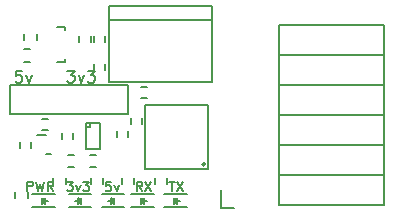
<source format=gto>
G04 #@! TF.FileFunction,Legend,Top*
%FSLAX46Y46*%
G04 Gerber Fmt 4.6, Leading zero omitted, Abs format (unit mm)*
G04 Created by KiCad (PCBNEW (2016-06-01 BZR 6870, Git 0ccd3bb)-product) date 06/04/16 15:16:18*
%MOMM*%
%LPD*%
G01*
G04 APERTURE LIST*
%ADD10C,0.150000*%
G04 APERTURE END LIST*
D10*
X47831523Y-24217380D02*
X48450571Y-24217380D01*
X48117238Y-24598333D01*
X48260095Y-24598333D01*
X48355333Y-24645952D01*
X48402952Y-24693571D01*
X48450571Y-24788809D01*
X48450571Y-25026904D01*
X48402952Y-25122142D01*
X48355333Y-25169761D01*
X48260095Y-25217380D01*
X47974380Y-25217380D01*
X47879142Y-25169761D01*
X47831523Y-25122142D01*
X48783904Y-24550714D02*
X49022000Y-25217380D01*
X49260095Y-24550714D01*
X49545809Y-24217380D02*
X50164857Y-24217380D01*
X49831523Y-24598333D01*
X49974380Y-24598333D01*
X50069619Y-24645952D01*
X50117238Y-24693571D01*
X50164857Y-24788809D01*
X50164857Y-25026904D01*
X50117238Y-25122142D01*
X50069619Y-25169761D01*
X49974380Y-25217380D01*
X49688666Y-25217380D01*
X49593428Y-25169761D01*
X49545809Y-25122142D01*
X43989642Y-24217380D02*
X43513452Y-24217380D01*
X43465833Y-24693571D01*
X43513452Y-24645952D01*
X43608690Y-24598333D01*
X43846785Y-24598333D01*
X43942023Y-24645952D01*
X43989642Y-24693571D01*
X44037261Y-24788809D01*
X44037261Y-25026904D01*
X43989642Y-25122142D01*
X43942023Y-25169761D01*
X43846785Y-25217380D01*
X43608690Y-25217380D01*
X43513452Y-25169761D01*
X43465833Y-25122142D01*
X44370595Y-24550714D02*
X44608690Y-25217380D01*
X44846785Y-24550714D01*
X74616000Y-20320000D02*
X65786000Y-20320000D01*
X74616000Y-22860000D02*
X74616000Y-20320000D01*
X65786000Y-22860000D02*
X65786000Y-20320000D01*
X65786000Y-20320000D02*
X74616000Y-20320000D01*
X65786000Y-22860000D02*
X74616000Y-22860000D01*
X65786000Y-25400000D02*
X65786000Y-22860000D01*
X74616000Y-25400000D02*
X74616000Y-22860000D01*
X74616000Y-22860000D02*
X65786000Y-22860000D01*
X74616000Y-25400000D02*
X65786000Y-25400000D01*
X74616000Y-27940000D02*
X74616000Y-25400000D01*
X65786000Y-27940000D02*
X65786000Y-25400000D01*
X65786000Y-25400000D02*
X74616000Y-25400000D01*
X65786000Y-27940000D02*
X74616000Y-27940000D01*
X65786000Y-30480000D02*
X65786000Y-27940000D01*
X74616000Y-30480000D02*
X74616000Y-27940000D01*
X74616000Y-27940000D02*
X65786000Y-27940000D01*
X74616000Y-30480000D02*
X65786000Y-30480000D01*
X74616000Y-33020000D02*
X74616000Y-30480000D01*
X65786000Y-33020000D02*
X65786000Y-30480000D01*
X65786000Y-30480000D02*
X74616000Y-30480000D01*
X65786000Y-33020000D02*
X74616000Y-33020000D01*
X65786000Y-35560000D02*
X65786000Y-33020000D01*
X60826000Y-34290000D02*
X60826000Y-35840000D01*
X60826000Y-35840000D02*
X61976000Y-35840000D01*
X65786000Y-35560000D02*
X74616000Y-35560000D01*
X74616000Y-35560000D02*
X74616000Y-33020000D01*
X74616000Y-33020000D02*
X65786000Y-33020000D01*
X56050000Y-35792500D02*
X57950000Y-35792500D01*
X56050000Y-34692500D02*
X57950000Y-34692500D01*
X56950000Y-35242500D02*
X57400000Y-35242500D01*
X56900000Y-34992500D02*
X56900000Y-35492500D01*
X56900000Y-35242500D02*
X57150000Y-34992500D01*
X57150000Y-34992500D02*
X57150000Y-35492500D01*
X57150000Y-35492500D02*
X56900000Y-35242500D01*
X53256000Y-35792500D02*
X55156000Y-35792500D01*
X53256000Y-34692500D02*
X55156000Y-34692500D01*
X54156000Y-35242500D02*
X54606000Y-35242500D01*
X54106000Y-34992500D02*
X54106000Y-35492500D01*
X54106000Y-35242500D02*
X54356000Y-34992500D01*
X54356000Y-34992500D02*
X54356000Y-35492500D01*
X54356000Y-35492500D02*
X54106000Y-35242500D01*
X44874000Y-35792500D02*
X46774000Y-35792500D01*
X44874000Y-34692500D02*
X46774000Y-34692500D01*
X45774000Y-35242500D02*
X46224000Y-35242500D01*
X45724000Y-34992500D02*
X45724000Y-35492500D01*
X45724000Y-35242500D02*
X45974000Y-34992500D01*
X45974000Y-34992500D02*
X45974000Y-35492500D01*
X45974000Y-35492500D02*
X45724000Y-35242500D01*
X49868000Y-34692500D02*
X47968000Y-34692500D01*
X49868000Y-35792500D02*
X47968000Y-35792500D01*
X48968000Y-35242500D02*
X48518000Y-35242500D01*
X49018000Y-35492500D02*
X49018000Y-34992500D01*
X49018000Y-35242500D02*
X48768000Y-35492500D01*
X48768000Y-35492500D02*
X48768000Y-34992500D01*
X48768000Y-34992500D02*
X49018000Y-35242500D01*
X52662000Y-34692500D02*
X50762000Y-34692500D01*
X52662000Y-35792500D02*
X50762000Y-35792500D01*
X51762000Y-35242500D02*
X51312000Y-35242500D01*
X51812000Y-35492500D02*
X51812000Y-34992500D01*
X51812000Y-35242500D02*
X51562000Y-35492500D01*
X51562000Y-35492500D02*
X51562000Y-34992500D01*
X51562000Y-34992500D02*
X51812000Y-35242500D01*
X49738000Y-28681500D02*
X49738000Y-28981500D01*
X49738000Y-28981500D02*
X49438000Y-28981500D01*
X50638000Y-30881500D02*
X50638000Y-28681500D01*
X50638000Y-28681500D02*
X49438000Y-28681500D01*
X49438000Y-28681500D02*
X49438000Y-30881500D01*
X49438000Y-30881500D02*
X50638000Y-30881500D01*
X60103900Y-18725040D02*
X51403900Y-18725040D01*
X60103900Y-25130040D02*
X51403900Y-25130040D01*
X51403900Y-25130040D02*
X51403900Y-18725040D01*
X51403900Y-19955040D02*
X60103900Y-19955040D01*
X60103900Y-18725040D02*
X60103900Y-25130040D01*
X54042500Y-26510000D02*
X54542500Y-26510000D01*
X54542500Y-25560000D02*
X54042500Y-25560000D01*
X52989500Y-29841000D02*
X52989500Y-29341000D01*
X52039500Y-29341000D02*
X52039500Y-29841000D01*
X55228000Y-33278000D02*
X55228000Y-33778000D01*
X56278000Y-33778000D02*
X56278000Y-33278000D01*
X52434000Y-33278000D02*
X52434000Y-33778000D01*
X53484000Y-33778000D02*
X53484000Y-33278000D01*
X43417000Y-34484500D02*
X43417000Y-34984500D01*
X44467000Y-34984500D02*
X44467000Y-34484500D01*
X45229000Y-21586000D02*
X45229000Y-21086000D01*
X44179000Y-21086000D02*
X44179000Y-21586000D01*
X48383000Y-31352000D02*
X47883000Y-31352000D01*
X47883000Y-32402000D02*
X48383000Y-32402000D01*
X50288000Y-31352000D02*
X49788000Y-31352000D01*
X49788000Y-32402000D02*
X50288000Y-32402000D01*
X47705500Y-33778000D02*
X47705500Y-33278000D01*
X46655500Y-33278000D02*
X46655500Y-33778000D01*
X50880500Y-33778000D02*
X50880500Y-33278000D01*
X49830500Y-33278000D02*
X49830500Y-33778000D01*
X44200000Y-23448500D02*
X44700000Y-23448500D01*
X44700000Y-22398500D02*
X44200000Y-22398500D01*
X44798000Y-30793500D02*
X44798000Y-30293500D01*
X43848000Y-30293500D02*
X43848000Y-30793500D01*
X48354000Y-30031500D02*
X48354000Y-29531500D01*
X47404000Y-29531500D02*
X47404000Y-30031500D01*
X46160500Y-28290500D02*
X45660500Y-28290500D01*
X45660500Y-29240500D02*
X46160500Y-29240500D01*
X48864500Y-21276500D02*
X48864500Y-21776500D01*
X49814500Y-21776500D02*
X49814500Y-21276500D01*
X50071000Y-21276500D02*
X50071000Y-21776500D01*
X51021000Y-21776500D02*
X51021000Y-21276500D01*
X47650240Y-23299160D02*
X47650240Y-23250900D01*
X46949200Y-20500180D02*
X47650240Y-20500180D01*
X47650240Y-20500180D02*
X47650240Y-20749100D01*
X47650240Y-23299160D02*
X47650240Y-23499820D01*
X47650240Y-23499820D02*
X46949200Y-23499820D01*
X59544614Y-32145000D02*
G75*
G03X59544614Y-32145000I-158114J0D01*
G01*
X59786500Y-29845000D02*
X59786500Y-32545000D01*
X59786500Y-32545000D02*
X54386500Y-32545000D01*
X54386500Y-32545000D02*
X54386500Y-27145000D01*
X54386500Y-27145000D02*
X59786500Y-27145000D01*
X59786500Y-27145000D02*
X59786500Y-29895000D01*
X51021000Y-24189500D02*
X51021000Y-23689500D01*
X50071000Y-23689500D02*
X50071000Y-24189500D01*
X53246000Y-28198000D02*
X53246000Y-28698000D01*
X54196000Y-28698000D02*
X54196000Y-28198000D01*
X45237500Y-29680000D02*
X46037500Y-29680000D01*
X46437500Y-31280000D02*
X46037500Y-31280000D01*
X53006000Y-25420000D02*
X53006000Y-27920000D01*
X53006000Y-27920000D02*
X43006000Y-27920000D01*
X43006000Y-27920000D02*
X43006000Y-25420000D01*
X43006000Y-25420000D02*
X53006000Y-25420000D01*
X56476976Y-33597904D02*
X56934119Y-33597904D01*
X56705547Y-34397904D02*
X56705547Y-33597904D01*
X57124595Y-33597904D02*
X57657928Y-34397904D01*
X57657928Y-33597904D02*
X57124595Y-34397904D01*
X54159166Y-34397904D02*
X53892500Y-34016952D01*
X53702023Y-34397904D02*
X53702023Y-33597904D01*
X54006785Y-33597904D01*
X54082976Y-33636000D01*
X54121071Y-33674095D01*
X54159166Y-33750285D01*
X54159166Y-33864571D01*
X54121071Y-33940761D01*
X54082976Y-33978857D01*
X54006785Y-34016952D01*
X53702023Y-34016952D01*
X54425833Y-33597904D02*
X54959166Y-34397904D01*
X54959166Y-33597904D02*
X54425833Y-34397904D01*
X44462833Y-34397904D02*
X44462833Y-33597904D01*
X44767595Y-33597904D01*
X44843785Y-33636000D01*
X44881880Y-33674095D01*
X44919976Y-33750285D01*
X44919976Y-33864571D01*
X44881880Y-33940761D01*
X44843785Y-33978857D01*
X44767595Y-34016952D01*
X44462833Y-34016952D01*
X45186642Y-33597904D02*
X45377119Y-34397904D01*
X45529500Y-33826476D01*
X45681880Y-34397904D01*
X45872357Y-33597904D01*
X46634261Y-34397904D02*
X46367595Y-34016952D01*
X46177119Y-34397904D02*
X46177119Y-33597904D01*
X46481880Y-33597904D01*
X46558071Y-33636000D01*
X46596166Y-33674095D01*
X46634261Y-33750285D01*
X46634261Y-33864571D01*
X46596166Y-33940761D01*
X46558071Y-33978857D01*
X46481880Y-34016952D01*
X46177119Y-34016952D01*
X47815619Y-33597904D02*
X48310857Y-33597904D01*
X48044190Y-33902666D01*
X48158476Y-33902666D01*
X48234666Y-33940761D01*
X48272761Y-33978857D01*
X48310857Y-34055047D01*
X48310857Y-34245523D01*
X48272761Y-34321714D01*
X48234666Y-34359809D01*
X48158476Y-34397904D01*
X47929904Y-34397904D01*
X47853714Y-34359809D01*
X47815619Y-34321714D01*
X48577523Y-33864571D02*
X48768000Y-34397904D01*
X48958476Y-33864571D01*
X49187047Y-33597904D02*
X49682285Y-33597904D01*
X49415619Y-33902666D01*
X49529904Y-33902666D01*
X49606095Y-33940761D01*
X49644190Y-33978857D01*
X49682285Y-34055047D01*
X49682285Y-34245523D01*
X49644190Y-34321714D01*
X49606095Y-34359809D01*
X49529904Y-34397904D01*
X49301333Y-34397904D01*
X49225142Y-34359809D01*
X49187047Y-34321714D01*
X51511214Y-33597904D02*
X51130261Y-33597904D01*
X51092166Y-33978857D01*
X51130261Y-33940761D01*
X51206452Y-33902666D01*
X51396928Y-33902666D01*
X51473119Y-33940761D01*
X51511214Y-33978857D01*
X51549309Y-34055047D01*
X51549309Y-34245523D01*
X51511214Y-34321714D01*
X51473119Y-34359809D01*
X51396928Y-34397904D01*
X51206452Y-34397904D01*
X51130261Y-34359809D01*
X51092166Y-34321714D01*
X51815976Y-33864571D02*
X52006452Y-34397904D01*
X52196928Y-33864571D01*
M02*

</source>
